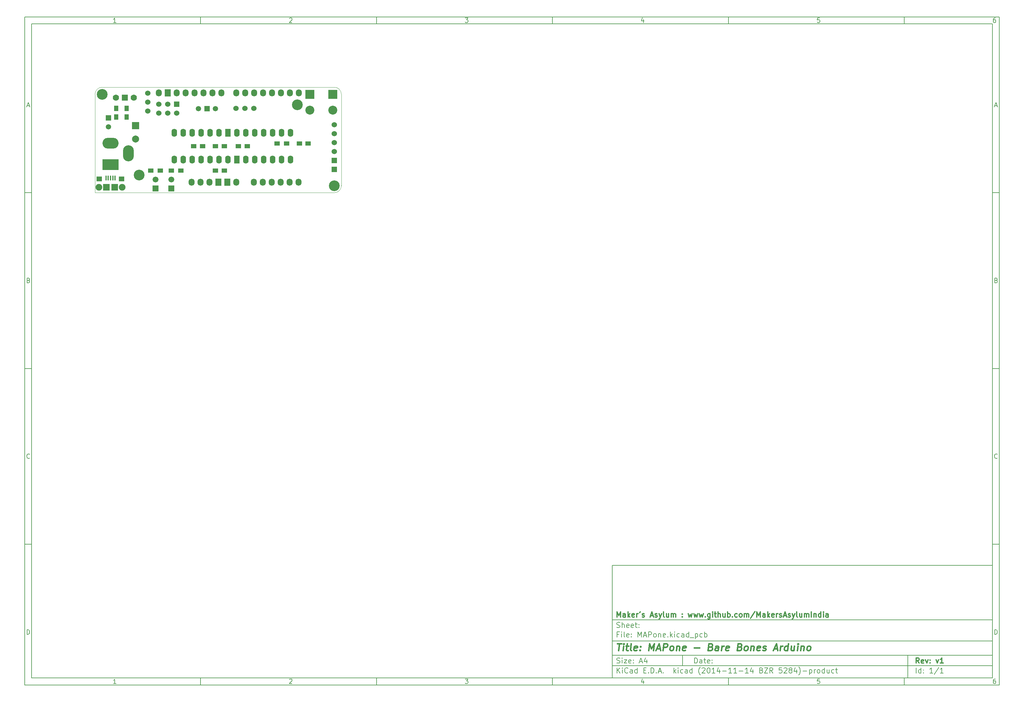
<source format=gbr>
G04 #@! TF.FileFunction,Soldermask,Bot*
%FSLAX46Y46*%
G04 Gerber Fmt 4.6, Leading zero omitted, Abs format (unit mm)*
G04 Created by KiCad (PCBNEW (2014-11-14 BZR 5284)-product) date Sat Nov 29 17:27:18 2014*
%MOMM*%
G01*
G04 APERTURE LIST*
%ADD10C,0.100000*%
%ADD11C,0.150000*%
%ADD12C,0.300000*%
%ADD13C,0.400000*%
%ADD14C,1.778000*%
%ADD15R,1.778000X1.778000*%
%ADD16R,2.540000X2.540000*%
%ADD17C,2.540000*%
%ADD18R,1.500000X1.300000*%
%ADD19C,3.048000*%
%ADD20R,4.572000X3.048000*%
%ADD21O,4.572000X3.048000*%
%ADD22O,3.048000X4.572000*%
%ADD23C,1.524000*%
%ADD24R,1.524000X1.524000*%
%ADD25O,1.727200X2.032000*%
%ADD26R,1.727200X2.032000*%
%ADD27C,1.676400*%
%ADD28R,1.676400X1.676400*%
%ADD29R,1.500000X1.250000*%
%ADD30R,1.250000X1.500000*%
%ADD31O,1.574800X2.286000*%
%ADD32R,1.574800X2.286000*%
%ADD33R,0.406400X1.371600*%
%ADD34R,1.600200X1.422400*%
%ADD35R,1.905000X1.905000*%
%ADD36C,1.905000*%
%ADD37C,1.501140*%
%ADD38R,1.501140X1.501140*%
%ADD39C,1.998980*%
%ADD40R,1.998980X1.998980*%
G04 APERTURE END LIST*
D10*
D11*
X177002200Y-166007200D02*
X177002200Y-198007200D01*
X285002200Y-198007200D01*
X285002200Y-166007200D01*
X177002200Y-166007200D01*
D10*
D11*
X10000000Y-10000000D02*
X10000000Y-200007200D01*
X287002200Y-200007200D01*
X287002200Y-10000000D01*
X10000000Y-10000000D01*
D10*
D11*
X12000000Y-12000000D02*
X12000000Y-198007200D01*
X285002200Y-198007200D01*
X285002200Y-12000000D01*
X12000000Y-12000000D01*
D10*
D11*
X60000000Y-12000000D02*
X60000000Y-10000000D01*
D10*
D11*
X110000000Y-12000000D02*
X110000000Y-10000000D01*
D10*
D11*
X160000000Y-12000000D02*
X160000000Y-10000000D01*
D10*
D11*
X210000000Y-12000000D02*
X210000000Y-10000000D01*
D10*
D11*
X260000000Y-12000000D02*
X260000000Y-10000000D01*
D10*
D11*
X35990476Y-11588095D02*
X35247619Y-11588095D01*
X35619048Y-11588095D02*
X35619048Y-10288095D01*
X35495238Y-10473810D01*
X35371429Y-10597619D01*
X35247619Y-10659524D01*
D10*
D11*
X85247619Y-10411905D02*
X85309524Y-10350000D01*
X85433333Y-10288095D01*
X85742857Y-10288095D01*
X85866667Y-10350000D01*
X85928571Y-10411905D01*
X85990476Y-10535714D01*
X85990476Y-10659524D01*
X85928571Y-10845238D01*
X85185714Y-11588095D01*
X85990476Y-11588095D01*
D10*
D11*
X135185714Y-10288095D02*
X135990476Y-10288095D01*
X135557143Y-10783333D01*
X135742857Y-10783333D01*
X135866667Y-10845238D01*
X135928571Y-10907143D01*
X135990476Y-11030952D01*
X135990476Y-11340476D01*
X135928571Y-11464286D01*
X135866667Y-11526190D01*
X135742857Y-11588095D01*
X135371429Y-11588095D01*
X135247619Y-11526190D01*
X135185714Y-11464286D01*
D10*
D11*
X185866667Y-10721429D02*
X185866667Y-11588095D01*
X185557143Y-10226190D02*
X185247619Y-11154762D01*
X186052381Y-11154762D01*
D10*
D11*
X235928571Y-10288095D02*
X235309524Y-10288095D01*
X235247619Y-10907143D01*
X235309524Y-10845238D01*
X235433333Y-10783333D01*
X235742857Y-10783333D01*
X235866667Y-10845238D01*
X235928571Y-10907143D01*
X235990476Y-11030952D01*
X235990476Y-11340476D01*
X235928571Y-11464286D01*
X235866667Y-11526190D01*
X235742857Y-11588095D01*
X235433333Y-11588095D01*
X235309524Y-11526190D01*
X235247619Y-11464286D01*
D10*
D11*
X285866667Y-10288095D02*
X285619048Y-10288095D01*
X285495238Y-10350000D01*
X285433333Y-10411905D01*
X285309524Y-10597619D01*
X285247619Y-10845238D01*
X285247619Y-11340476D01*
X285309524Y-11464286D01*
X285371429Y-11526190D01*
X285495238Y-11588095D01*
X285742857Y-11588095D01*
X285866667Y-11526190D01*
X285928571Y-11464286D01*
X285990476Y-11340476D01*
X285990476Y-11030952D01*
X285928571Y-10907143D01*
X285866667Y-10845238D01*
X285742857Y-10783333D01*
X285495238Y-10783333D01*
X285371429Y-10845238D01*
X285309524Y-10907143D01*
X285247619Y-11030952D01*
D10*
D11*
X60000000Y-198007200D02*
X60000000Y-200007200D01*
D10*
D11*
X110000000Y-198007200D02*
X110000000Y-200007200D01*
D10*
D11*
X160000000Y-198007200D02*
X160000000Y-200007200D01*
D10*
D11*
X210000000Y-198007200D02*
X210000000Y-200007200D01*
D10*
D11*
X260000000Y-198007200D02*
X260000000Y-200007200D01*
D10*
D11*
X35990476Y-199595295D02*
X35247619Y-199595295D01*
X35619048Y-199595295D02*
X35619048Y-198295295D01*
X35495238Y-198481010D01*
X35371429Y-198604819D01*
X35247619Y-198666724D01*
D10*
D11*
X85247619Y-198419105D02*
X85309524Y-198357200D01*
X85433333Y-198295295D01*
X85742857Y-198295295D01*
X85866667Y-198357200D01*
X85928571Y-198419105D01*
X85990476Y-198542914D01*
X85990476Y-198666724D01*
X85928571Y-198852438D01*
X85185714Y-199595295D01*
X85990476Y-199595295D01*
D10*
D11*
X135185714Y-198295295D02*
X135990476Y-198295295D01*
X135557143Y-198790533D01*
X135742857Y-198790533D01*
X135866667Y-198852438D01*
X135928571Y-198914343D01*
X135990476Y-199038152D01*
X135990476Y-199347676D01*
X135928571Y-199471486D01*
X135866667Y-199533390D01*
X135742857Y-199595295D01*
X135371429Y-199595295D01*
X135247619Y-199533390D01*
X135185714Y-199471486D01*
D10*
D11*
X185866667Y-198728629D02*
X185866667Y-199595295D01*
X185557143Y-198233390D02*
X185247619Y-199161962D01*
X186052381Y-199161962D01*
D10*
D11*
X235928571Y-198295295D02*
X235309524Y-198295295D01*
X235247619Y-198914343D01*
X235309524Y-198852438D01*
X235433333Y-198790533D01*
X235742857Y-198790533D01*
X235866667Y-198852438D01*
X235928571Y-198914343D01*
X235990476Y-199038152D01*
X235990476Y-199347676D01*
X235928571Y-199471486D01*
X235866667Y-199533390D01*
X235742857Y-199595295D01*
X235433333Y-199595295D01*
X235309524Y-199533390D01*
X235247619Y-199471486D01*
D10*
D11*
X285866667Y-198295295D02*
X285619048Y-198295295D01*
X285495238Y-198357200D01*
X285433333Y-198419105D01*
X285309524Y-198604819D01*
X285247619Y-198852438D01*
X285247619Y-199347676D01*
X285309524Y-199471486D01*
X285371429Y-199533390D01*
X285495238Y-199595295D01*
X285742857Y-199595295D01*
X285866667Y-199533390D01*
X285928571Y-199471486D01*
X285990476Y-199347676D01*
X285990476Y-199038152D01*
X285928571Y-198914343D01*
X285866667Y-198852438D01*
X285742857Y-198790533D01*
X285495238Y-198790533D01*
X285371429Y-198852438D01*
X285309524Y-198914343D01*
X285247619Y-199038152D01*
D10*
D11*
X10000000Y-60000000D02*
X12000000Y-60000000D01*
D10*
D11*
X10000000Y-110000000D02*
X12000000Y-110000000D01*
D10*
D11*
X10000000Y-160000000D02*
X12000000Y-160000000D01*
D10*
D11*
X10690476Y-35216667D02*
X11309524Y-35216667D01*
X10566667Y-35588095D02*
X11000000Y-34288095D01*
X11433333Y-35588095D01*
D10*
D11*
X11092857Y-84907143D02*
X11278571Y-84969048D01*
X11340476Y-85030952D01*
X11402381Y-85154762D01*
X11402381Y-85340476D01*
X11340476Y-85464286D01*
X11278571Y-85526190D01*
X11154762Y-85588095D01*
X10659524Y-85588095D01*
X10659524Y-84288095D01*
X11092857Y-84288095D01*
X11216667Y-84350000D01*
X11278571Y-84411905D01*
X11340476Y-84535714D01*
X11340476Y-84659524D01*
X11278571Y-84783333D01*
X11216667Y-84845238D01*
X11092857Y-84907143D01*
X10659524Y-84907143D01*
D10*
D11*
X11402381Y-135464286D02*
X11340476Y-135526190D01*
X11154762Y-135588095D01*
X11030952Y-135588095D01*
X10845238Y-135526190D01*
X10721429Y-135402381D01*
X10659524Y-135278571D01*
X10597619Y-135030952D01*
X10597619Y-134845238D01*
X10659524Y-134597619D01*
X10721429Y-134473810D01*
X10845238Y-134350000D01*
X11030952Y-134288095D01*
X11154762Y-134288095D01*
X11340476Y-134350000D01*
X11402381Y-134411905D01*
D10*
D11*
X10659524Y-185588095D02*
X10659524Y-184288095D01*
X10969048Y-184288095D01*
X11154762Y-184350000D01*
X11278571Y-184473810D01*
X11340476Y-184597619D01*
X11402381Y-184845238D01*
X11402381Y-185030952D01*
X11340476Y-185278571D01*
X11278571Y-185402381D01*
X11154762Y-185526190D01*
X10969048Y-185588095D01*
X10659524Y-185588095D01*
D10*
D11*
X287002200Y-60000000D02*
X285002200Y-60000000D01*
D10*
D11*
X287002200Y-110000000D02*
X285002200Y-110000000D01*
D10*
D11*
X287002200Y-160000000D02*
X285002200Y-160000000D01*
D10*
D11*
X285692676Y-35216667D02*
X286311724Y-35216667D01*
X285568867Y-35588095D02*
X286002200Y-34288095D01*
X286435533Y-35588095D01*
D10*
D11*
X286095057Y-84907143D02*
X286280771Y-84969048D01*
X286342676Y-85030952D01*
X286404581Y-85154762D01*
X286404581Y-85340476D01*
X286342676Y-85464286D01*
X286280771Y-85526190D01*
X286156962Y-85588095D01*
X285661724Y-85588095D01*
X285661724Y-84288095D01*
X286095057Y-84288095D01*
X286218867Y-84350000D01*
X286280771Y-84411905D01*
X286342676Y-84535714D01*
X286342676Y-84659524D01*
X286280771Y-84783333D01*
X286218867Y-84845238D01*
X286095057Y-84907143D01*
X285661724Y-84907143D01*
D10*
D11*
X286404581Y-135464286D02*
X286342676Y-135526190D01*
X286156962Y-135588095D01*
X286033152Y-135588095D01*
X285847438Y-135526190D01*
X285723629Y-135402381D01*
X285661724Y-135278571D01*
X285599819Y-135030952D01*
X285599819Y-134845238D01*
X285661724Y-134597619D01*
X285723629Y-134473810D01*
X285847438Y-134350000D01*
X286033152Y-134288095D01*
X286156962Y-134288095D01*
X286342676Y-134350000D01*
X286404581Y-134411905D01*
D10*
D11*
X285661724Y-185588095D02*
X285661724Y-184288095D01*
X285971248Y-184288095D01*
X286156962Y-184350000D01*
X286280771Y-184473810D01*
X286342676Y-184597619D01*
X286404581Y-184845238D01*
X286404581Y-185030952D01*
X286342676Y-185278571D01*
X286280771Y-185402381D01*
X286156962Y-185526190D01*
X285971248Y-185588095D01*
X285661724Y-185588095D01*
D10*
D11*
X200359343Y-193785771D02*
X200359343Y-192285771D01*
X200716486Y-192285771D01*
X200930771Y-192357200D01*
X201073629Y-192500057D01*
X201145057Y-192642914D01*
X201216486Y-192928629D01*
X201216486Y-193142914D01*
X201145057Y-193428629D01*
X201073629Y-193571486D01*
X200930771Y-193714343D01*
X200716486Y-193785771D01*
X200359343Y-193785771D01*
X202502200Y-193785771D02*
X202502200Y-193000057D01*
X202430771Y-192857200D01*
X202287914Y-192785771D01*
X202002200Y-192785771D01*
X201859343Y-192857200D01*
X202502200Y-193714343D02*
X202359343Y-193785771D01*
X202002200Y-193785771D01*
X201859343Y-193714343D01*
X201787914Y-193571486D01*
X201787914Y-193428629D01*
X201859343Y-193285771D01*
X202002200Y-193214343D01*
X202359343Y-193214343D01*
X202502200Y-193142914D01*
X203002200Y-192785771D02*
X203573629Y-192785771D01*
X203216486Y-192285771D02*
X203216486Y-193571486D01*
X203287914Y-193714343D01*
X203430772Y-193785771D01*
X203573629Y-193785771D01*
X204645057Y-193714343D02*
X204502200Y-193785771D01*
X204216486Y-193785771D01*
X204073629Y-193714343D01*
X204002200Y-193571486D01*
X204002200Y-193000057D01*
X204073629Y-192857200D01*
X204216486Y-192785771D01*
X204502200Y-192785771D01*
X204645057Y-192857200D01*
X204716486Y-193000057D01*
X204716486Y-193142914D01*
X204002200Y-193285771D01*
X205359343Y-193642914D02*
X205430771Y-193714343D01*
X205359343Y-193785771D01*
X205287914Y-193714343D01*
X205359343Y-193642914D01*
X205359343Y-193785771D01*
X205359343Y-192857200D02*
X205430771Y-192928629D01*
X205359343Y-193000057D01*
X205287914Y-192928629D01*
X205359343Y-192857200D01*
X205359343Y-193000057D01*
D10*
D11*
X177002200Y-194507200D02*
X285002200Y-194507200D01*
D10*
D11*
X178359343Y-196585771D02*
X178359343Y-195085771D01*
X179216486Y-196585771D02*
X178573629Y-195728629D01*
X179216486Y-195085771D02*
X178359343Y-195942914D01*
X179859343Y-196585771D02*
X179859343Y-195585771D01*
X179859343Y-195085771D02*
X179787914Y-195157200D01*
X179859343Y-195228629D01*
X179930771Y-195157200D01*
X179859343Y-195085771D01*
X179859343Y-195228629D01*
X181430772Y-196442914D02*
X181359343Y-196514343D01*
X181145057Y-196585771D01*
X181002200Y-196585771D01*
X180787915Y-196514343D01*
X180645057Y-196371486D01*
X180573629Y-196228629D01*
X180502200Y-195942914D01*
X180502200Y-195728629D01*
X180573629Y-195442914D01*
X180645057Y-195300057D01*
X180787915Y-195157200D01*
X181002200Y-195085771D01*
X181145057Y-195085771D01*
X181359343Y-195157200D01*
X181430772Y-195228629D01*
X182716486Y-196585771D02*
X182716486Y-195800057D01*
X182645057Y-195657200D01*
X182502200Y-195585771D01*
X182216486Y-195585771D01*
X182073629Y-195657200D01*
X182716486Y-196514343D02*
X182573629Y-196585771D01*
X182216486Y-196585771D01*
X182073629Y-196514343D01*
X182002200Y-196371486D01*
X182002200Y-196228629D01*
X182073629Y-196085771D01*
X182216486Y-196014343D01*
X182573629Y-196014343D01*
X182716486Y-195942914D01*
X184073629Y-196585771D02*
X184073629Y-195085771D01*
X184073629Y-196514343D02*
X183930772Y-196585771D01*
X183645058Y-196585771D01*
X183502200Y-196514343D01*
X183430772Y-196442914D01*
X183359343Y-196300057D01*
X183359343Y-195871486D01*
X183430772Y-195728629D01*
X183502200Y-195657200D01*
X183645058Y-195585771D01*
X183930772Y-195585771D01*
X184073629Y-195657200D01*
X185930772Y-195800057D02*
X186430772Y-195800057D01*
X186645058Y-196585771D02*
X185930772Y-196585771D01*
X185930772Y-195085771D01*
X186645058Y-195085771D01*
X187287915Y-196442914D02*
X187359343Y-196514343D01*
X187287915Y-196585771D01*
X187216486Y-196514343D01*
X187287915Y-196442914D01*
X187287915Y-196585771D01*
X188002201Y-196585771D02*
X188002201Y-195085771D01*
X188359344Y-195085771D01*
X188573629Y-195157200D01*
X188716487Y-195300057D01*
X188787915Y-195442914D01*
X188859344Y-195728629D01*
X188859344Y-195942914D01*
X188787915Y-196228629D01*
X188716487Y-196371486D01*
X188573629Y-196514343D01*
X188359344Y-196585771D01*
X188002201Y-196585771D01*
X189502201Y-196442914D02*
X189573629Y-196514343D01*
X189502201Y-196585771D01*
X189430772Y-196514343D01*
X189502201Y-196442914D01*
X189502201Y-196585771D01*
X190145058Y-196157200D02*
X190859344Y-196157200D01*
X190002201Y-196585771D02*
X190502201Y-195085771D01*
X191002201Y-196585771D01*
X191502201Y-196442914D02*
X191573629Y-196514343D01*
X191502201Y-196585771D01*
X191430772Y-196514343D01*
X191502201Y-196442914D01*
X191502201Y-196585771D01*
X194502201Y-196585771D02*
X194502201Y-195085771D01*
X194645058Y-196014343D02*
X195073629Y-196585771D01*
X195073629Y-195585771D02*
X194502201Y-196157200D01*
X195716487Y-196585771D02*
X195716487Y-195585771D01*
X195716487Y-195085771D02*
X195645058Y-195157200D01*
X195716487Y-195228629D01*
X195787915Y-195157200D01*
X195716487Y-195085771D01*
X195716487Y-195228629D01*
X197073630Y-196514343D02*
X196930773Y-196585771D01*
X196645059Y-196585771D01*
X196502201Y-196514343D01*
X196430773Y-196442914D01*
X196359344Y-196300057D01*
X196359344Y-195871486D01*
X196430773Y-195728629D01*
X196502201Y-195657200D01*
X196645059Y-195585771D01*
X196930773Y-195585771D01*
X197073630Y-195657200D01*
X198359344Y-196585771D02*
X198359344Y-195800057D01*
X198287915Y-195657200D01*
X198145058Y-195585771D01*
X197859344Y-195585771D01*
X197716487Y-195657200D01*
X198359344Y-196514343D02*
X198216487Y-196585771D01*
X197859344Y-196585771D01*
X197716487Y-196514343D01*
X197645058Y-196371486D01*
X197645058Y-196228629D01*
X197716487Y-196085771D01*
X197859344Y-196014343D01*
X198216487Y-196014343D01*
X198359344Y-195942914D01*
X199716487Y-196585771D02*
X199716487Y-195085771D01*
X199716487Y-196514343D02*
X199573630Y-196585771D01*
X199287916Y-196585771D01*
X199145058Y-196514343D01*
X199073630Y-196442914D01*
X199002201Y-196300057D01*
X199002201Y-195871486D01*
X199073630Y-195728629D01*
X199145058Y-195657200D01*
X199287916Y-195585771D01*
X199573630Y-195585771D01*
X199716487Y-195657200D01*
X202002201Y-197157200D02*
X201930773Y-197085771D01*
X201787916Y-196871486D01*
X201716487Y-196728629D01*
X201645058Y-196514343D01*
X201573630Y-196157200D01*
X201573630Y-195871486D01*
X201645058Y-195514343D01*
X201716487Y-195300057D01*
X201787916Y-195157200D01*
X201930773Y-194942914D01*
X202002201Y-194871486D01*
X202502201Y-195228629D02*
X202573630Y-195157200D01*
X202716487Y-195085771D01*
X203073630Y-195085771D01*
X203216487Y-195157200D01*
X203287916Y-195228629D01*
X203359344Y-195371486D01*
X203359344Y-195514343D01*
X203287916Y-195728629D01*
X202430773Y-196585771D01*
X203359344Y-196585771D01*
X204287915Y-195085771D02*
X204430772Y-195085771D01*
X204573629Y-195157200D01*
X204645058Y-195228629D01*
X204716487Y-195371486D01*
X204787915Y-195657200D01*
X204787915Y-196014343D01*
X204716487Y-196300057D01*
X204645058Y-196442914D01*
X204573629Y-196514343D01*
X204430772Y-196585771D01*
X204287915Y-196585771D01*
X204145058Y-196514343D01*
X204073629Y-196442914D01*
X204002201Y-196300057D01*
X203930772Y-196014343D01*
X203930772Y-195657200D01*
X204002201Y-195371486D01*
X204073629Y-195228629D01*
X204145058Y-195157200D01*
X204287915Y-195085771D01*
X206216486Y-196585771D02*
X205359343Y-196585771D01*
X205787915Y-196585771D02*
X205787915Y-195085771D01*
X205645058Y-195300057D01*
X205502200Y-195442914D01*
X205359343Y-195514343D01*
X207502200Y-195585771D02*
X207502200Y-196585771D01*
X207145057Y-195014343D02*
X206787914Y-196085771D01*
X207716486Y-196085771D01*
X208287914Y-196014343D02*
X209430771Y-196014343D01*
X210930771Y-196585771D02*
X210073628Y-196585771D01*
X210502200Y-196585771D02*
X210502200Y-195085771D01*
X210359343Y-195300057D01*
X210216485Y-195442914D01*
X210073628Y-195514343D01*
X212359342Y-196585771D02*
X211502199Y-196585771D01*
X211930771Y-196585771D02*
X211930771Y-195085771D01*
X211787914Y-195300057D01*
X211645056Y-195442914D01*
X211502199Y-195514343D01*
X213002199Y-196014343D02*
X214145056Y-196014343D01*
X215645056Y-196585771D02*
X214787913Y-196585771D01*
X215216485Y-196585771D02*
X215216485Y-195085771D01*
X215073628Y-195300057D01*
X214930770Y-195442914D01*
X214787913Y-195514343D01*
X216930770Y-195585771D02*
X216930770Y-196585771D01*
X216573627Y-195014343D02*
X216216484Y-196085771D01*
X217145056Y-196085771D01*
X219359341Y-195800057D02*
X219573627Y-195871486D01*
X219645055Y-195942914D01*
X219716484Y-196085771D01*
X219716484Y-196300057D01*
X219645055Y-196442914D01*
X219573627Y-196514343D01*
X219430769Y-196585771D01*
X218859341Y-196585771D01*
X218859341Y-195085771D01*
X219359341Y-195085771D01*
X219502198Y-195157200D01*
X219573627Y-195228629D01*
X219645055Y-195371486D01*
X219645055Y-195514343D01*
X219573627Y-195657200D01*
X219502198Y-195728629D01*
X219359341Y-195800057D01*
X218859341Y-195800057D01*
X220216484Y-195085771D02*
X221216484Y-195085771D01*
X220216484Y-196585771D01*
X221216484Y-196585771D01*
X222645055Y-196585771D02*
X222145055Y-195871486D01*
X221787912Y-196585771D02*
X221787912Y-195085771D01*
X222359340Y-195085771D01*
X222502198Y-195157200D01*
X222573626Y-195228629D01*
X222645055Y-195371486D01*
X222645055Y-195585771D01*
X222573626Y-195728629D01*
X222502198Y-195800057D01*
X222359340Y-195871486D01*
X221787912Y-195871486D01*
X225145055Y-195085771D02*
X224430769Y-195085771D01*
X224359340Y-195800057D01*
X224430769Y-195728629D01*
X224573626Y-195657200D01*
X224930769Y-195657200D01*
X225073626Y-195728629D01*
X225145055Y-195800057D01*
X225216483Y-195942914D01*
X225216483Y-196300057D01*
X225145055Y-196442914D01*
X225073626Y-196514343D01*
X224930769Y-196585771D01*
X224573626Y-196585771D01*
X224430769Y-196514343D01*
X224359340Y-196442914D01*
X225787911Y-195228629D02*
X225859340Y-195157200D01*
X226002197Y-195085771D01*
X226359340Y-195085771D01*
X226502197Y-195157200D01*
X226573626Y-195228629D01*
X226645054Y-195371486D01*
X226645054Y-195514343D01*
X226573626Y-195728629D01*
X225716483Y-196585771D01*
X226645054Y-196585771D01*
X227502197Y-195728629D02*
X227359339Y-195657200D01*
X227287911Y-195585771D01*
X227216482Y-195442914D01*
X227216482Y-195371486D01*
X227287911Y-195228629D01*
X227359339Y-195157200D01*
X227502197Y-195085771D01*
X227787911Y-195085771D01*
X227930768Y-195157200D01*
X228002197Y-195228629D01*
X228073625Y-195371486D01*
X228073625Y-195442914D01*
X228002197Y-195585771D01*
X227930768Y-195657200D01*
X227787911Y-195728629D01*
X227502197Y-195728629D01*
X227359339Y-195800057D01*
X227287911Y-195871486D01*
X227216482Y-196014343D01*
X227216482Y-196300057D01*
X227287911Y-196442914D01*
X227359339Y-196514343D01*
X227502197Y-196585771D01*
X227787911Y-196585771D01*
X227930768Y-196514343D01*
X228002197Y-196442914D01*
X228073625Y-196300057D01*
X228073625Y-196014343D01*
X228002197Y-195871486D01*
X227930768Y-195800057D01*
X227787911Y-195728629D01*
X229359339Y-195585771D02*
X229359339Y-196585771D01*
X229002196Y-195014343D02*
X228645053Y-196085771D01*
X229573625Y-196085771D01*
X230002196Y-197157200D02*
X230073624Y-197085771D01*
X230216481Y-196871486D01*
X230287910Y-196728629D01*
X230359339Y-196514343D01*
X230430767Y-196157200D01*
X230430767Y-195871486D01*
X230359339Y-195514343D01*
X230287910Y-195300057D01*
X230216481Y-195157200D01*
X230073624Y-194942914D01*
X230002196Y-194871486D01*
X231145053Y-196014343D02*
X232287910Y-196014343D01*
X233002196Y-195585771D02*
X233002196Y-197085771D01*
X233002196Y-195657200D02*
X233145053Y-195585771D01*
X233430767Y-195585771D01*
X233573624Y-195657200D01*
X233645053Y-195728629D01*
X233716482Y-195871486D01*
X233716482Y-196300057D01*
X233645053Y-196442914D01*
X233573624Y-196514343D01*
X233430767Y-196585771D01*
X233145053Y-196585771D01*
X233002196Y-196514343D01*
X234359339Y-196585771D02*
X234359339Y-195585771D01*
X234359339Y-195871486D02*
X234430767Y-195728629D01*
X234502196Y-195657200D01*
X234645053Y-195585771D01*
X234787910Y-195585771D01*
X235502196Y-196585771D02*
X235359338Y-196514343D01*
X235287910Y-196442914D01*
X235216481Y-196300057D01*
X235216481Y-195871486D01*
X235287910Y-195728629D01*
X235359338Y-195657200D01*
X235502196Y-195585771D01*
X235716481Y-195585771D01*
X235859338Y-195657200D01*
X235930767Y-195728629D01*
X236002196Y-195871486D01*
X236002196Y-196300057D01*
X235930767Y-196442914D01*
X235859338Y-196514343D01*
X235716481Y-196585771D01*
X235502196Y-196585771D01*
X237287910Y-196585771D02*
X237287910Y-195085771D01*
X237287910Y-196514343D02*
X237145053Y-196585771D01*
X236859339Y-196585771D01*
X236716481Y-196514343D01*
X236645053Y-196442914D01*
X236573624Y-196300057D01*
X236573624Y-195871486D01*
X236645053Y-195728629D01*
X236716481Y-195657200D01*
X236859339Y-195585771D01*
X237145053Y-195585771D01*
X237287910Y-195657200D01*
X238645053Y-195585771D02*
X238645053Y-196585771D01*
X238002196Y-195585771D02*
X238002196Y-196371486D01*
X238073624Y-196514343D01*
X238216482Y-196585771D01*
X238430767Y-196585771D01*
X238573624Y-196514343D01*
X238645053Y-196442914D01*
X240002196Y-196514343D02*
X239859339Y-196585771D01*
X239573625Y-196585771D01*
X239430767Y-196514343D01*
X239359339Y-196442914D01*
X239287910Y-196300057D01*
X239287910Y-195871486D01*
X239359339Y-195728629D01*
X239430767Y-195657200D01*
X239573625Y-195585771D01*
X239859339Y-195585771D01*
X240002196Y-195657200D01*
X240430767Y-195585771D02*
X241002196Y-195585771D01*
X240645053Y-195085771D02*
X240645053Y-196371486D01*
X240716481Y-196514343D01*
X240859339Y-196585771D01*
X241002196Y-196585771D01*
D10*
D11*
X177002200Y-191507200D02*
X285002200Y-191507200D01*
D10*
D12*
X264216486Y-193785771D02*
X263716486Y-193071486D01*
X263359343Y-193785771D02*
X263359343Y-192285771D01*
X263930771Y-192285771D01*
X264073629Y-192357200D01*
X264145057Y-192428629D01*
X264216486Y-192571486D01*
X264216486Y-192785771D01*
X264145057Y-192928629D01*
X264073629Y-193000057D01*
X263930771Y-193071486D01*
X263359343Y-193071486D01*
X265430771Y-193714343D02*
X265287914Y-193785771D01*
X265002200Y-193785771D01*
X264859343Y-193714343D01*
X264787914Y-193571486D01*
X264787914Y-193000057D01*
X264859343Y-192857200D01*
X265002200Y-192785771D01*
X265287914Y-192785771D01*
X265430771Y-192857200D01*
X265502200Y-193000057D01*
X265502200Y-193142914D01*
X264787914Y-193285771D01*
X266002200Y-192785771D02*
X266359343Y-193785771D01*
X266716485Y-192785771D01*
X267287914Y-193642914D02*
X267359342Y-193714343D01*
X267287914Y-193785771D01*
X267216485Y-193714343D01*
X267287914Y-193642914D01*
X267287914Y-193785771D01*
X267287914Y-192857200D02*
X267359342Y-192928629D01*
X267287914Y-193000057D01*
X267216485Y-192928629D01*
X267287914Y-192857200D01*
X267287914Y-193000057D01*
X269002200Y-192785771D02*
X269359343Y-193785771D01*
X269716485Y-192785771D01*
X271073628Y-193785771D02*
X270216485Y-193785771D01*
X270645057Y-193785771D02*
X270645057Y-192285771D01*
X270502200Y-192500057D01*
X270359342Y-192642914D01*
X270216485Y-192714343D01*
D10*
D11*
X178287914Y-193714343D02*
X178502200Y-193785771D01*
X178859343Y-193785771D01*
X179002200Y-193714343D01*
X179073629Y-193642914D01*
X179145057Y-193500057D01*
X179145057Y-193357200D01*
X179073629Y-193214343D01*
X179002200Y-193142914D01*
X178859343Y-193071486D01*
X178573629Y-193000057D01*
X178430771Y-192928629D01*
X178359343Y-192857200D01*
X178287914Y-192714343D01*
X178287914Y-192571486D01*
X178359343Y-192428629D01*
X178430771Y-192357200D01*
X178573629Y-192285771D01*
X178930771Y-192285771D01*
X179145057Y-192357200D01*
X179787914Y-193785771D02*
X179787914Y-192785771D01*
X179787914Y-192285771D02*
X179716485Y-192357200D01*
X179787914Y-192428629D01*
X179859342Y-192357200D01*
X179787914Y-192285771D01*
X179787914Y-192428629D01*
X180359343Y-192785771D02*
X181145057Y-192785771D01*
X180359343Y-193785771D01*
X181145057Y-193785771D01*
X182287914Y-193714343D02*
X182145057Y-193785771D01*
X181859343Y-193785771D01*
X181716486Y-193714343D01*
X181645057Y-193571486D01*
X181645057Y-193000057D01*
X181716486Y-192857200D01*
X181859343Y-192785771D01*
X182145057Y-192785771D01*
X182287914Y-192857200D01*
X182359343Y-193000057D01*
X182359343Y-193142914D01*
X181645057Y-193285771D01*
X183002200Y-193642914D02*
X183073628Y-193714343D01*
X183002200Y-193785771D01*
X182930771Y-193714343D01*
X183002200Y-193642914D01*
X183002200Y-193785771D01*
X183002200Y-192857200D02*
X183073628Y-192928629D01*
X183002200Y-193000057D01*
X182930771Y-192928629D01*
X183002200Y-192857200D01*
X183002200Y-193000057D01*
X184787914Y-193357200D02*
X185502200Y-193357200D01*
X184645057Y-193785771D02*
X185145057Y-192285771D01*
X185645057Y-193785771D01*
X186787914Y-192785771D02*
X186787914Y-193785771D01*
X186430771Y-192214343D02*
X186073628Y-193285771D01*
X187002200Y-193285771D01*
D10*
D11*
X263359343Y-196585771D02*
X263359343Y-195085771D01*
X264716486Y-196585771D02*
X264716486Y-195085771D01*
X264716486Y-196514343D02*
X264573629Y-196585771D01*
X264287915Y-196585771D01*
X264145057Y-196514343D01*
X264073629Y-196442914D01*
X264002200Y-196300057D01*
X264002200Y-195871486D01*
X264073629Y-195728629D01*
X264145057Y-195657200D01*
X264287915Y-195585771D01*
X264573629Y-195585771D01*
X264716486Y-195657200D01*
X265430772Y-196442914D02*
X265502200Y-196514343D01*
X265430772Y-196585771D01*
X265359343Y-196514343D01*
X265430772Y-196442914D01*
X265430772Y-196585771D01*
X265430772Y-195657200D02*
X265502200Y-195728629D01*
X265430772Y-195800057D01*
X265359343Y-195728629D01*
X265430772Y-195657200D01*
X265430772Y-195800057D01*
X268073629Y-196585771D02*
X267216486Y-196585771D01*
X267645058Y-196585771D02*
X267645058Y-195085771D01*
X267502201Y-195300057D01*
X267359343Y-195442914D01*
X267216486Y-195514343D01*
X269787914Y-195014343D02*
X268502200Y-196942914D01*
X271073629Y-196585771D02*
X270216486Y-196585771D01*
X270645058Y-196585771D02*
X270645058Y-195085771D01*
X270502201Y-195300057D01*
X270359343Y-195442914D01*
X270216486Y-195514343D01*
D10*
D11*
X177002200Y-187507200D02*
X285002200Y-187507200D01*
D10*
D13*
X178454581Y-188211962D02*
X179597438Y-188211962D01*
X178776010Y-190211962D02*
X179026010Y-188211962D01*
X180014105Y-190211962D02*
X180180771Y-188878629D01*
X180264105Y-188211962D02*
X180156962Y-188307200D01*
X180240295Y-188402438D01*
X180347439Y-188307200D01*
X180264105Y-188211962D01*
X180240295Y-188402438D01*
X180847438Y-188878629D02*
X181609343Y-188878629D01*
X181216486Y-188211962D02*
X181002200Y-189926248D01*
X181073630Y-190116724D01*
X181252201Y-190211962D01*
X181442677Y-190211962D01*
X182395058Y-190211962D02*
X182216487Y-190116724D01*
X182145057Y-189926248D01*
X182359343Y-188211962D01*
X183930772Y-190116724D02*
X183728391Y-190211962D01*
X183347439Y-190211962D01*
X183168867Y-190116724D01*
X183097438Y-189926248D01*
X183192676Y-189164343D01*
X183311724Y-188973867D01*
X183514105Y-188878629D01*
X183895057Y-188878629D01*
X184073629Y-188973867D01*
X184145057Y-189164343D01*
X184121248Y-189354819D01*
X183145057Y-189545295D01*
X184895057Y-190021486D02*
X184978392Y-190116724D01*
X184871248Y-190211962D01*
X184787915Y-190116724D01*
X184895057Y-190021486D01*
X184871248Y-190211962D01*
X185026010Y-188973867D02*
X185109344Y-189069105D01*
X185002200Y-189164343D01*
X184918867Y-189069105D01*
X185026010Y-188973867D01*
X185002200Y-189164343D01*
X187347439Y-190211962D02*
X187597439Y-188211962D01*
X188085534Y-189640533D01*
X188930773Y-188211962D01*
X188680773Y-190211962D01*
X189609343Y-189640533D02*
X190561724Y-189640533D01*
X189347439Y-190211962D02*
X190264106Y-188211962D01*
X190680773Y-190211962D01*
X191347439Y-190211962D02*
X191597439Y-188211962D01*
X192359344Y-188211962D01*
X192537915Y-188307200D01*
X192621249Y-188402438D01*
X192692678Y-188592914D01*
X192656963Y-188878629D01*
X192537916Y-189069105D01*
X192430772Y-189164343D01*
X192228391Y-189259581D01*
X191466486Y-189259581D01*
X193633154Y-190211962D02*
X193454583Y-190116724D01*
X193371248Y-190021486D01*
X193299820Y-189831010D01*
X193371248Y-189259581D01*
X193490296Y-189069105D01*
X193597440Y-188973867D01*
X193799820Y-188878629D01*
X194085534Y-188878629D01*
X194264106Y-188973867D01*
X194347439Y-189069105D01*
X194418867Y-189259581D01*
X194347439Y-189831010D01*
X194228391Y-190021486D01*
X194121249Y-190116724D01*
X193918868Y-190211962D01*
X193633154Y-190211962D01*
X195323629Y-188878629D02*
X195156963Y-190211962D01*
X195299820Y-189069105D02*
X195406964Y-188973867D01*
X195609344Y-188878629D01*
X195895058Y-188878629D01*
X196073630Y-188973867D01*
X196145058Y-189164343D01*
X196014106Y-190211962D01*
X197740297Y-190116724D02*
X197537916Y-190211962D01*
X197156964Y-190211962D01*
X196978392Y-190116724D01*
X196906963Y-189926248D01*
X197002201Y-189164343D01*
X197121249Y-188973867D01*
X197323630Y-188878629D01*
X197704582Y-188878629D01*
X197883154Y-188973867D01*
X197954582Y-189164343D01*
X197930773Y-189354819D01*
X196954582Y-189545295D01*
X200299821Y-189450057D02*
X201823631Y-189450057D01*
X205002202Y-189164343D02*
X205276011Y-189259581D01*
X205359346Y-189354819D01*
X205430774Y-189545295D01*
X205395060Y-189831010D01*
X205276012Y-190021486D01*
X205168869Y-190116724D01*
X204966488Y-190211962D01*
X204204583Y-190211962D01*
X204454583Y-188211962D01*
X205121250Y-188211962D01*
X205299821Y-188307200D01*
X205383154Y-188402438D01*
X205454584Y-188592914D01*
X205430774Y-188783390D01*
X205311726Y-188973867D01*
X205204583Y-189069105D01*
X205002202Y-189164343D01*
X204335535Y-189164343D01*
X207061726Y-190211962D02*
X207192678Y-189164343D01*
X207121250Y-188973867D01*
X206942678Y-188878629D01*
X206561726Y-188878629D01*
X206359345Y-188973867D01*
X207073631Y-190116724D02*
X206871250Y-190211962D01*
X206395060Y-190211962D01*
X206216488Y-190116724D01*
X206145059Y-189926248D01*
X206168869Y-189735771D01*
X206287916Y-189545295D01*
X206490298Y-189450057D01*
X206966488Y-189450057D01*
X207168869Y-189354819D01*
X208014107Y-190211962D02*
X208180773Y-188878629D01*
X208133154Y-189259581D02*
X208252203Y-189069105D01*
X208359346Y-188973867D01*
X208561726Y-188878629D01*
X208752202Y-188878629D01*
X210026012Y-190116724D02*
X209823631Y-190211962D01*
X209442679Y-190211962D01*
X209264107Y-190116724D01*
X209192678Y-189926248D01*
X209287916Y-189164343D01*
X209406964Y-188973867D01*
X209609345Y-188878629D01*
X209990297Y-188878629D01*
X210168869Y-188973867D01*
X210240297Y-189164343D01*
X210216488Y-189354819D01*
X209240297Y-189545295D01*
X213287917Y-189164343D02*
X213561726Y-189259581D01*
X213645061Y-189354819D01*
X213716489Y-189545295D01*
X213680775Y-189831010D01*
X213561727Y-190021486D01*
X213454584Y-190116724D01*
X213252203Y-190211962D01*
X212490298Y-190211962D01*
X212740298Y-188211962D01*
X213406965Y-188211962D01*
X213585536Y-188307200D01*
X213668869Y-188402438D01*
X213740299Y-188592914D01*
X213716489Y-188783390D01*
X213597441Y-188973867D01*
X213490298Y-189069105D01*
X213287917Y-189164343D01*
X212621250Y-189164343D01*
X214776013Y-190211962D02*
X214597442Y-190116724D01*
X214514107Y-190021486D01*
X214442679Y-189831010D01*
X214514107Y-189259581D01*
X214633155Y-189069105D01*
X214740299Y-188973867D01*
X214942679Y-188878629D01*
X215228393Y-188878629D01*
X215406965Y-188973867D01*
X215490298Y-189069105D01*
X215561726Y-189259581D01*
X215490298Y-189831010D01*
X215371250Y-190021486D01*
X215264108Y-190116724D01*
X215061727Y-190211962D01*
X214776013Y-190211962D01*
X216466488Y-188878629D02*
X216299822Y-190211962D01*
X216442679Y-189069105D02*
X216549823Y-188973867D01*
X216752203Y-188878629D01*
X217037917Y-188878629D01*
X217216489Y-188973867D01*
X217287917Y-189164343D01*
X217156965Y-190211962D01*
X218883156Y-190116724D02*
X218680775Y-190211962D01*
X218299823Y-190211962D01*
X218121251Y-190116724D01*
X218049822Y-189926248D01*
X218145060Y-189164343D01*
X218264108Y-188973867D01*
X218466489Y-188878629D01*
X218847441Y-188878629D01*
X219026013Y-188973867D01*
X219097441Y-189164343D01*
X219073632Y-189354819D01*
X218097441Y-189545295D01*
X219740299Y-190116724D02*
X219918871Y-190211962D01*
X220299823Y-190211962D01*
X220502204Y-190116724D01*
X220621251Y-189926248D01*
X220633156Y-189831010D01*
X220561727Y-189640533D01*
X220383156Y-189545295D01*
X220097442Y-189545295D01*
X219918870Y-189450057D01*
X219847441Y-189259581D01*
X219859346Y-189164343D01*
X219978394Y-188973867D01*
X220180775Y-188878629D01*
X220466489Y-188878629D01*
X220645061Y-188973867D01*
X222942680Y-189640533D02*
X223895061Y-189640533D01*
X222680776Y-190211962D02*
X223597443Y-188211962D01*
X224014110Y-190211962D01*
X224680776Y-190211962D02*
X224847442Y-188878629D01*
X224799823Y-189259581D02*
X224918872Y-189069105D01*
X225026015Y-188973867D01*
X225228395Y-188878629D01*
X225418871Y-188878629D01*
X226776014Y-190211962D02*
X227026014Y-188211962D01*
X226787919Y-190116724D02*
X226585538Y-190211962D01*
X226204586Y-190211962D01*
X226026015Y-190116724D01*
X225942680Y-190021486D01*
X225871252Y-189831010D01*
X225942680Y-189259581D01*
X226061728Y-189069105D01*
X226168872Y-188973867D01*
X226371252Y-188878629D01*
X226752204Y-188878629D01*
X226930776Y-188973867D01*
X228752204Y-188878629D02*
X228585538Y-190211962D01*
X227895061Y-188878629D02*
X227764109Y-189926248D01*
X227835539Y-190116724D01*
X228014110Y-190211962D01*
X228299824Y-190211962D01*
X228502205Y-190116724D01*
X228609347Y-190021486D01*
X229537919Y-190211962D02*
X229704585Y-188878629D01*
X229787919Y-188211962D02*
X229680776Y-188307200D01*
X229764109Y-188402438D01*
X229871253Y-188307200D01*
X229787919Y-188211962D01*
X229764109Y-188402438D01*
X230656966Y-188878629D02*
X230490300Y-190211962D01*
X230633157Y-189069105D02*
X230740301Y-188973867D01*
X230942681Y-188878629D01*
X231228395Y-188878629D01*
X231406967Y-188973867D01*
X231478395Y-189164343D01*
X231347443Y-190211962D01*
X232585539Y-190211962D02*
X232406968Y-190116724D01*
X232323633Y-190021486D01*
X232252205Y-189831010D01*
X232323633Y-189259581D01*
X232442681Y-189069105D01*
X232549825Y-188973867D01*
X232752205Y-188878629D01*
X233037919Y-188878629D01*
X233216491Y-188973867D01*
X233299824Y-189069105D01*
X233371252Y-189259581D01*
X233299824Y-189831010D01*
X233180776Y-190021486D01*
X233073634Y-190116724D01*
X232871253Y-190211962D01*
X232585539Y-190211962D01*
D10*
D11*
X178859343Y-185600057D02*
X178359343Y-185600057D01*
X178359343Y-186385771D02*
X178359343Y-184885771D01*
X179073629Y-184885771D01*
X179645057Y-186385771D02*
X179645057Y-185385771D01*
X179645057Y-184885771D02*
X179573628Y-184957200D01*
X179645057Y-185028629D01*
X179716485Y-184957200D01*
X179645057Y-184885771D01*
X179645057Y-185028629D01*
X180573629Y-186385771D02*
X180430771Y-186314343D01*
X180359343Y-186171486D01*
X180359343Y-184885771D01*
X181716485Y-186314343D02*
X181573628Y-186385771D01*
X181287914Y-186385771D01*
X181145057Y-186314343D01*
X181073628Y-186171486D01*
X181073628Y-185600057D01*
X181145057Y-185457200D01*
X181287914Y-185385771D01*
X181573628Y-185385771D01*
X181716485Y-185457200D01*
X181787914Y-185600057D01*
X181787914Y-185742914D01*
X181073628Y-185885771D01*
X182430771Y-186242914D02*
X182502199Y-186314343D01*
X182430771Y-186385771D01*
X182359342Y-186314343D01*
X182430771Y-186242914D01*
X182430771Y-186385771D01*
X182430771Y-185457200D02*
X182502199Y-185528629D01*
X182430771Y-185600057D01*
X182359342Y-185528629D01*
X182430771Y-185457200D01*
X182430771Y-185600057D01*
X184287914Y-186385771D02*
X184287914Y-184885771D01*
X184787914Y-185957200D01*
X185287914Y-184885771D01*
X185287914Y-186385771D01*
X185930771Y-185957200D02*
X186645057Y-185957200D01*
X185787914Y-186385771D02*
X186287914Y-184885771D01*
X186787914Y-186385771D01*
X187287914Y-186385771D02*
X187287914Y-184885771D01*
X187859342Y-184885771D01*
X188002200Y-184957200D01*
X188073628Y-185028629D01*
X188145057Y-185171486D01*
X188145057Y-185385771D01*
X188073628Y-185528629D01*
X188002200Y-185600057D01*
X187859342Y-185671486D01*
X187287914Y-185671486D01*
X189002200Y-186385771D02*
X188859342Y-186314343D01*
X188787914Y-186242914D01*
X188716485Y-186100057D01*
X188716485Y-185671486D01*
X188787914Y-185528629D01*
X188859342Y-185457200D01*
X189002200Y-185385771D01*
X189216485Y-185385771D01*
X189359342Y-185457200D01*
X189430771Y-185528629D01*
X189502200Y-185671486D01*
X189502200Y-186100057D01*
X189430771Y-186242914D01*
X189359342Y-186314343D01*
X189216485Y-186385771D01*
X189002200Y-186385771D01*
X190145057Y-185385771D02*
X190145057Y-186385771D01*
X190145057Y-185528629D02*
X190216485Y-185457200D01*
X190359343Y-185385771D01*
X190573628Y-185385771D01*
X190716485Y-185457200D01*
X190787914Y-185600057D01*
X190787914Y-186385771D01*
X192073628Y-186314343D02*
X191930771Y-186385771D01*
X191645057Y-186385771D01*
X191502200Y-186314343D01*
X191430771Y-186171486D01*
X191430771Y-185600057D01*
X191502200Y-185457200D01*
X191645057Y-185385771D01*
X191930771Y-185385771D01*
X192073628Y-185457200D01*
X192145057Y-185600057D01*
X192145057Y-185742914D01*
X191430771Y-185885771D01*
X192787914Y-186242914D02*
X192859342Y-186314343D01*
X192787914Y-186385771D01*
X192716485Y-186314343D01*
X192787914Y-186242914D01*
X192787914Y-186385771D01*
X193502200Y-186385771D02*
X193502200Y-184885771D01*
X193645057Y-185814343D02*
X194073628Y-186385771D01*
X194073628Y-185385771D02*
X193502200Y-185957200D01*
X194716486Y-186385771D02*
X194716486Y-185385771D01*
X194716486Y-184885771D02*
X194645057Y-184957200D01*
X194716486Y-185028629D01*
X194787914Y-184957200D01*
X194716486Y-184885771D01*
X194716486Y-185028629D01*
X196073629Y-186314343D02*
X195930772Y-186385771D01*
X195645058Y-186385771D01*
X195502200Y-186314343D01*
X195430772Y-186242914D01*
X195359343Y-186100057D01*
X195359343Y-185671486D01*
X195430772Y-185528629D01*
X195502200Y-185457200D01*
X195645058Y-185385771D01*
X195930772Y-185385771D01*
X196073629Y-185457200D01*
X197359343Y-186385771D02*
X197359343Y-185600057D01*
X197287914Y-185457200D01*
X197145057Y-185385771D01*
X196859343Y-185385771D01*
X196716486Y-185457200D01*
X197359343Y-186314343D02*
X197216486Y-186385771D01*
X196859343Y-186385771D01*
X196716486Y-186314343D01*
X196645057Y-186171486D01*
X196645057Y-186028629D01*
X196716486Y-185885771D01*
X196859343Y-185814343D01*
X197216486Y-185814343D01*
X197359343Y-185742914D01*
X198716486Y-186385771D02*
X198716486Y-184885771D01*
X198716486Y-186314343D02*
X198573629Y-186385771D01*
X198287915Y-186385771D01*
X198145057Y-186314343D01*
X198073629Y-186242914D01*
X198002200Y-186100057D01*
X198002200Y-185671486D01*
X198073629Y-185528629D01*
X198145057Y-185457200D01*
X198287915Y-185385771D01*
X198573629Y-185385771D01*
X198716486Y-185457200D01*
X199073629Y-186528629D02*
X200216486Y-186528629D01*
X200573629Y-185385771D02*
X200573629Y-186885771D01*
X200573629Y-185457200D02*
X200716486Y-185385771D01*
X201002200Y-185385771D01*
X201145057Y-185457200D01*
X201216486Y-185528629D01*
X201287915Y-185671486D01*
X201287915Y-186100057D01*
X201216486Y-186242914D01*
X201145057Y-186314343D01*
X201002200Y-186385771D01*
X200716486Y-186385771D01*
X200573629Y-186314343D01*
X202573629Y-186314343D02*
X202430772Y-186385771D01*
X202145058Y-186385771D01*
X202002200Y-186314343D01*
X201930772Y-186242914D01*
X201859343Y-186100057D01*
X201859343Y-185671486D01*
X201930772Y-185528629D01*
X202002200Y-185457200D01*
X202145058Y-185385771D01*
X202430772Y-185385771D01*
X202573629Y-185457200D01*
X203216486Y-186385771D02*
X203216486Y-184885771D01*
X203216486Y-185457200D02*
X203359343Y-185385771D01*
X203645057Y-185385771D01*
X203787914Y-185457200D01*
X203859343Y-185528629D01*
X203930772Y-185671486D01*
X203930772Y-186100057D01*
X203859343Y-186242914D01*
X203787914Y-186314343D01*
X203645057Y-186385771D01*
X203359343Y-186385771D01*
X203216486Y-186314343D01*
D10*
D11*
X177002200Y-181507200D02*
X285002200Y-181507200D01*
D10*
D11*
X178287914Y-183614343D02*
X178502200Y-183685771D01*
X178859343Y-183685771D01*
X179002200Y-183614343D01*
X179073629Y-183542914D01*
X179145057Y-183400057D01*
X179145057Y-183257200D01*
X179073629Y-183114343D01*
X179002200Y-183042914D01*
X178859343Y-182971486D01*
X178573629Y-182900057D01*
X178430771Y-182828629D01*
X178359343Y-182757200D01*
X178287914Y-182614343D01*
X178287914Y-182471486D01*
X178359343Y-182328629D01*
X178430771Y-182257200D01*
X178573629Y-182185771D01*
X178930771Y-182185771D01*
X179145057Y-182257200D01*
X179787914Y-183685771D02*
X179787914Y-182185771D01*
X180430771Y-183685771D02*
X180430771Y-182900057D01*
X180359342Y-182757200D01*
X180216485Y-182685771D01*
X180002200Y-182685771D01*
X179859342Y-182757200D01*
X179787914Y-182828629D01*
X181716485Y-183614343D02*
X181573628Y-183685771D01*
X181287914Y-183685771D01*
X181145057Y-183614343D01*
X181073628Y-183471486D01*
X181073628Y-182900057D01*
X181145057Y-182757200D01*
X181287914Y-182685771D01*
X181573628Y-182685771D01*
X181716485Y-182757200D01*
X181787914Y-182900057D01*
X181787914Y-183042914D01*
X181073628Y-183185771D01*
X183002199Y-183614343D02*
X182859342Y-183685771D01*
X182573628Y-183685771D01*
X182430771Y-183614343D01*
X182359342Y-183471486D01*
X182359342Y-182900057D01*
X182430771Y-182757200D01*
X182573628Y-182685771D01*
X182859342Y-182685771D01*
X183002199Y-182757200D01*
X183073628Y-182900057D01*
X183073628Y-183042914D01*
X182359342Y-183185771D01*
X183502199Y-182685771D02*
X184073628Y-182685771D01*
X183716485Y-182185771D02*
X183716485Y-183471486D01*
X183787913Y-183614343D01*
X183930771Y-183685771D01*
X184073628Y-183685771D01*
X184573628Y-183542914D02*
X184645056Y-183614343D01*
X184573628Y-183685771D01*
X184502199Y-183614343D01*
X184573628Y-183542914D01*
X184573628Y-183685771D01*
X184573628Y-182757200D02*
X184645056Y-182828629D01*
X184573628Y-182900057D01*
X184502199Y-182828629D01*
X184573628Y-182757200D01*
X184573628Y-182900057D01*
D10*
D12*
X178359343Y-180685771D02*
X178359343Y-179185771D01*
X178859343Y-180257200D01*
X179359343Y-179185771D01*
X179359343Y-180685771D01*
X180716486Y-180685771D02*
X180716486Y-179900057D01*
X180645057Y-179757200D01*
X180502200Y-179685771D01*
X180216486Y-179685771D01*
X180073629Y-179757200D01*
X180716486Y-180614343D02*
X180573629Y-180685771D01*
X180216486Y-180685771D01*
X180073629Y-180614343D01*
X180002200Y-180471486D01*
X180002200Y-180328629D01*
X180073629Y-180185771D01*
X180216486Y-180114343D01*
X180573629Y-180114343D01*
X180716486Y-180042914D01*
X181430772Y-180685771D02*
X181430772Y-179185771D01*
X181573629Y-180114343D02*
X182002200Y-180685771D01*
X182002200Y-179685771D02*
X181430772Y-180257200D01*
X183216486Y-180614343D02*
X183073629Y-180685771D01*
X182787915Y-180685771D01*
X182645058Y-180614343D01*
X182573629Y-180471486D01*
X182573629Y-179900057D01*
X182645058Y-179757200D01*
X182787915Y-179685771D01*
X183073629Y-179685771D01*
X183216486Y-179757200D01*
X183287915Y-179900057D01*
X183287915Y-180042914D01*
X182573629Y-180185771D01*
X183930772Y-180685771D02*
X183930772Y-179685771D01*
X183930772Y-179971486D02*
X184002200Y-179828629D01*
X184073629Y-179757200D01*
X184216486Y-179685771D01*
X184359343Y-179685771D01*
X184930771Y-179185771D02*
X184787914Y-179471486D01*
X185502200Y-180614343D02*
X185645057Y-180685771D01*
X185930772Y-180685771D01*
X186073629Y-180614343D01*
X186145057Y-180471486D01*
X186145057Y-180400057D01*
X186073629Y-180257200D01*
X185930772Y-180185771D01*
X185716486Y-180185771D01*
X185573629Y-180114343D01*
X185502200Y-179971486D01*
X185502200Y-179900057D01*
X185573629Y-179757200D01*
X185716486Y-179685771D01*
X185930772Y-179685771D01*
X186073629Y-179757200D01*
X187859343Y-180257200D02*
X188573629Y-180257200D01*
X187716486Y-180685771D02*
X188216486Y-179185771D01*
X188716486Y-180685771D01*
X189145057Y-180614343D02*
X189287914Y-180685771D01*
X189573629Y-180685771D01*
X189716486Y-180614343D01*
X189787914Y-180471486D01*
X189787914Y-180400057D01*
X189716486Y-180257200D01*
X189573629Y-180185771D01*
X189359343Y-180185771D01*
X189216486Y-180114343D01*
X189145057Y-179971486D01*
X189145057Y-179900057D01*
X189216486Y-179757200D01*
X189359343Y-179685771D01*
X189573629Y-179685771D01*
X189716486Y-179757200D01*
X190287915Y-179685771D02*
X190645058Y-180685771D01*
X191002200Y-179685771D02*
X190645058Y-180685771D01*
X190502200Y-181042914D01*
X190430772Y-181114343D01*
X190287915Y-181185771D01*
X191787915Y-180685771D02*
X191645057Y-180614343D01*
X191573629Y-180471486D01*
X191573629Y-179185771D01*
X193002200Y-179685771D02*
X193002200Y-180685771D01*
X192359343Y-179685771D02*
X192359343Y-180471486D01*
X192430771Y-180614343D01*
X192573629Y-180685771D01*
X192787914Y-180685771D01*
X192930771Y-180614343D01*
X193002200Y-180542914D01*
X193716486Y-180685771D02*
X193716486Y-179685771D01*
X193716486Y-179828629D02*
X193787914Y-179757200D01*
X193930772Y-179685771D01*
X194145057Y-179685771D01*
X194287914Y-179757200D01*
X194359343Y-179900057D01*
X194359343Y-180685771D01*
X194359343Y-179900057D02*
X194430772Y-179757200D01*
X194573629Y-179685771D01*
X194787914Y-179685771D01*
X194930772Y-179757200D01*
X195002200Y-179900057D01*
X195002200Y-180685771D01*
X196859343Y-180542914D02*
X196930771Y-180614343D01*
X196859343Y-180685771D01*
X196787914Y-180614343D01*
X196859343Y-180542914D01*
X196859343Y-180685771D01*
X196859343Y-179757200D02*
X196930771Y-179828629D01*
X196859343Y-179900057D01*
X196787914Y-179828629D01*
X196859343Y-179757200D01*
X196859343Y-179900057D01*
X198573629Y-179685771D02*
X198859343Y-180685771D01*
X199145057Y-179971486D01*
X199430772Y-180685771D01*
X199716486Y-179685771D01*
X200145058Y-179685771D02*
X200430772Y-180685771D01*
X200716486Y-179971486D01*
X201002201Y-180685771D01*
X201287915Y-179685771D01*
X201716487Y-179685771D02*
X202002201Y-180685771D01*
X202287915Y-179971486D01*
X202573630Y-180685771D01*
X202859344Y-179685771D01*
X203430773Y-180542914D02*
X203502201Y-180614343D01*
X203430773Y-180685771D01*
X203359344Y-180614343D01*
X203430773Y-180542914D01*
X203430773Y-180685771D01*
X204787916Y-179685771D02*
X204787916Y-180900057D01*
X204716487Y-181042914D01*
X204645059Y-181114343D01*
X204502202Y-181185771D01*
X204287916Y-181185771D01*
X204145059Y-181114343D01*
X204787916Y-180614343D02*
X204645059Y-180685771D01*
X204359345Y-180685771D01*
X204216487Y-180614343D01*
X204145059Y-180542914D01*
X204073630Y-180400057D01*
X204073630Y-179971486D01*
X204145059Y-179828629D01*
X204216487Y-179757200D01*
X204359345Y-179685771D01*
X204645059Y-179685771D01*
X204787916Y-179757200D01*
X205502202Y-180685771D02*
X205502202Y-179685771D01*
X205502202Y-179185771D02*
X205430773Y-179257200D01*
X205502202Y-179328629D01*
X205573630Y-179257200D01*
X205502202Y-179185771D01*
X205502202Y-179328629D01*
X206002202Y-179685771D02*
X206573631Y-179685771D01*
X206216488Y-179185771D02*
X206216488Y-180471486D01*
X206287916Y-180614343D01*
X206430774Y-180685771D01*
X206573631Y-180685771D01*
X207073631Y-180685771D02*
X207073631Y-179185771D01*
X207716488Y-180685771D02*
X207716488Y-179900057D01*
X207645059Y-179757200D01*
X207502202Y-179685771D01*
X207287917Y-179685771D01*
X207145059Y-179757200D01*
X207073631Y-179828629D01*
X209073631Y-179685771D02*
X209073631Y-180685771D01*
X208430774Y-179685771D02*
X208430774Y-180471486D01*
X208502202Y-180614343D01*
X208645060Y-180685771D01*
X208859345Y-180685771D01*
X209002202Y-180614343D01*
X209073631Y-180542914D01*
X209787917Y-180685771D02*
X209787917Y-179185771D01*
X209787917Y-179757200D02*
X209930774Y-179685771D01*
X210216488Y-179685771D01*
X210359345Y-179757200D01*
X210430774Y-179828629D01*
X210502203Y-179971486D01*
X210502203Y-180400057D01*
X210430774Y-180542914D01*
X210359345Y-180614343D01*
X210216488Y-180685771D01*
X209930774Y-180685771D01*
X209787917Y-180614343D01*
X211145060Y-180542914D02*
X211216488Y-180614343D01*
X211145060Y-180685771D01*
X211073631Y-180614343D01*
X211145060Y-180542914D01*
X211145060Y-180685771D01*
X212502203Y-180614343D02*
X212359346Y-180685771D01*
X212073632Y-180685771D01*
X211930774Y-180614343D01*
X211859346Y-180542914D01*
X211787917Y-180400057D01*
X211787917Y-179971486D01*
X211859346Y-179828629D01*
X211930774Y-179757200D01*
X212073632Y-179685771D01*
X212359346Y-179685771D01*
X212502203Y-179757200D01*
X213359346Y-180685771D02*
X213216488Y-180614343D01*
X213145060Y-180542914D01*
X213073631Y-180400057D01*
X213073631Y-179971486D01*
X213145060Y-179828629D01*
X213216488Y-179757200D01*
X213359346Y-179685771D01*
X213573631Y-179685771D01*
X213716488Y-179757200D01*
X213787917Y-179828629D01*
X213859346Y-179971486D01*
X213859346Y-180400057D01*
X213787917Y-180542914D01*
X213716488Y-180614343D01*
X213573631Y-180685771D01*
X213359346Y-180685771D01*
X214502203Y-180685771D02*
X214502203Y-179685771D01*
X214502203Y-179828629D02*
X214573631Y-179757200D01*
X214716489Y-179685771D01*
X214930774Y-179685771D01*
X215073631Y-179757200D01*
X215145060Y-179900057D01*
X215145060Y-180685771D01*
X215145060Y-179900057D02*
X215216489Y-179757200D01*
X215359346Y-179685771D01*
X215573631Y-179685771D01*
X215716489Y-179757200D01*
X215787917Y-179900057D01*
X215787917Y-180685771D01*
X217573631Y-179114343D02*
X216287917Y-181042914D01*
X218073632Y-180685771D02*
X218073632Y-179185771D01*
X218573632Y-180257200D01*
X219073632Y-179185771D01*
X219073632Y-180685771D01*
X220430775Y-180685771D02*
X220430775Y-179900057D01*
X220359346Y-179757200D01*
X220216489Y-179685771D01*
X219930775Y-179685771D01*
X219787918Y-179757200D01*
X220430775Y-180614343D02*
X220287918Y-180685771D01*
X219930775Y-180685771D01*
X219787918Y-180614343D01*
X219716489Y-180471486D01*
X219716489Y-180328629D01*
X219787918Y-180185771D01*
X219930775Y-180114343D01*
X220287918Y-180114343D01*
X220430775Y-180042914D01*
X221145061Y-180685771D02*
X221145061Y-179185771D01*
X221287918Y-180114343D02*
X221716489Y-180685771D01*
X221716489Y-179685771D02*
X221145061Y-180257200D01*
X222930775Y-180614343D02*
X222787918Y-180685771D01*
X222502204Y-180685771D01*
X222359347Y-180614343D01*
X222287918Y-180471486D01*
X222287918Y-179900057D01*
X222359347Y-179757200D01*
X222502204Y-179685771D01*
X222787918Y-179685771D01*
X222930775Y-179757200D01*
X223002204Y-179900057D01*
X223002204Y-180042914D01*
X222287918Y-180185771D01*
X223645061Y-180685771D02*
X223645061Y-179685771D01*
X223645061Y-179971486D02*
X223716489Y-179828629D01*
X223787918Y-179757200D01*
X223930775Y-179685771D01*
X224073632Y-179685771D01*
X224502203Y-180614343D02*
X224645060Y-180685771D01*
X224930775Y-180685771D01*
X225073632Y-180614343D01*
X225145060Y-180471486D01*
X225145060Y-180400057D01*
X225073632Y-180257200D01*
X224930775Y-180185771D01*
X224716489Y-180185771D01*
X224573632Y-180114343D01*
X224502203Y-179971486D01*
X224502203Y-179900057D01*
X224573632Y-179757200D01*
X224716489Y-179685771D01*
X224930775Y-179685771D01*
X225073632Y-179757200D01*
X225716489Y-180257200D02*
X226430775Y-180257200D01*
X225573632Y-180685771D02*
X226073632Y-179185771D01*
X226573632Y-180685771D01*
X227002203Y-180614343D02*
X227145060Y-180685771D01*
X227430775Y-180685771D01*
X227573632Y-180614343D01*
X227645060Y-180471486D01*
X227645060Y-180400057D01*
X227573632Y-180257200D01*
X227430775Y-180185771D01*
X227216489Y-180185771D01*
X227073632Y-180114343D01*
X227002203Y-179971486D01*
X227002203Y-179900057D01*
X227073632Y-179757200D01*
X227216489Y-179685771D01*
X227430775Y-179685771D01*
X227573632Y-179757200D01*
X228145061Y-179685771D02*
X228502204Y-180685771D01*
X228859346Y-179685771D02*
X228502204Y-180685771D01*
X228359346Y-181042914D01*
X228287918Y-181114343D01*
X228145061Y-181185771D01*
X229645061Y-180685771D02*
X229502203Y-180614343D01*
X229430775Y-180471486D01*
X229430775Y-179185771D01*
X230859346Y-179685771D02*
X230859346Y-180685771D01*
X230216489Y-179685771D02*
X230216489Y-180471486D01*
X230287917Y-180614343D01*
X230430775Y-180685771D01*
X230645060Y-180685771D01*
X230787917Y-180614343D01*
X230859346Y-180542914D01*
X231573632Y-180685771D02*
X231573632Y-179685771D01*
X231573632Y-179828629D02*
X231645060Y-179757200D01*
X231787918Y-179685771D01*
X232002203Y-179685771D01*
X232145060Y-179757200D01*
X232216489Y-179900057D01*
X232216489Y-180685771D01*
X232216489Y-179900057D02*
X232287918Y-179757200D01*
X232430775Y-179685771D01*
X232645060Y-179685771D01*
X232787918Y-179757200D01*
X232859346Y-179900057D01*
X232859346Y-180685771D01*
X233573632Y-180685771D02*
X233573632Y-179185771D01*
X234287918Y-179685771D02*
X234287918Y-180685771D01*
X234287918Y-179828629D02*
X234359346Y-179757200D01*
X234502204Y-179685771D01*
X234716489Y-179685771D01*
X234859346Y-179757200D01*
X234930775Y-179900057D01*
X234930775Y-180685771D01*
X236287918Y-180685771D02*
X236287918Y-179185771D01*
X236287918Y-180614343D02*
X236145061Y-180685771D01*
X235859347Y-180685771D01*
X235716489Y-180614343D01*
X235645061Y-180542914D01*
X235573632Y-180400057D01*
X235573632Y-179971486D01*
X235645061Y-179828629D01*
X235716489Y-179757200D01*
X235859347Y-179685771D01*
X236145061Y-179685771D01*
X236287918Y-179757200D01*
X237002204Y-180685771D02*
X237002204Y-179685771D01*
X237002204Y-179185771D02*
X236930775Y-179257200D01*
X237002204Y-179328629D01*
X237073632Y-179257200D01*
X237002204Y-179185771D01*
X237002204Y-179328629D01*
X238359347Y-180685771D02*
X238359347Y-179900057D01*
X238287918Y-179757200D01*
X238145061Y-179685771D01*
X237859347Y-179685771D01*
X237716490Y-179757200D01*
X238359347Y-180614343D02*
X238216490Y-180685771D01*
X237859347Y-180685771D01*
X237716490Y-180614343D01*
X237645061Y-180471486D01*
X237645061Y-180328629D01*
X237716490Y-180185771D01*
X237859347Y-180114343D01*
X238216490Y-180114343D01*
X238359347Y-180042914D01*
D10*
D11*
X197002200Y-191507200D02*
X197002200Y-194507200D01*
D10*
D11*
X261002200Y-191507200D02*
X261002200Y-198007200D01*
D10*
X100000000Y-32000000D02*
G75*
G03X98000000Y-30000000I-2000000J0D01*
G01*
X98000000Y-60000000D02*
G75*
G03X100000000Y-58000000I0J2000000D01*
G01*
X32000000Y-30000000D02*
G75*
G03X30000000Y-32000000I0J-2000000D01*
G01*
X100000000Y-32000000D02*
X100000000Y-58000000D01*
X30000000Y-60000000D02*
X30000000Y-32000000D01*
X98000000Y-60000000D02*
X30000000Y-60000000D01*
X32000000Y-30000000D02*
X98000000Y-30000000D01*
D14*
X35960000Y-33000000D03*
D15*
X38500000Y-33000000D03*
D14*
X41040000Y-33000000D03*
D16*
X97550000Y-32050000D03*
D17*
X91050000Y-36550000D03*
X97550000Y-36550000D03*
D16*
X91050000Y-32050000D03*
D18*
X54350000Y-53700000D03*
X51650000Y-53700000D03*
X45850000Y-53700000D03*
X48550000Y-53700000D03*
X81750000Y-46000000D03*
X84450000Y-46000000D03*
D19*
X98000000Y-58000000D03*
X42500000Y-55000000D03*
D20*
X34400000Y-52000000D03*
D21*
X34400000Y-45904000D03*
D22*
X39480000Y-48825000D03*
D23*
X48160000Y-37370000D03*
X48160000Y-34830000D03*
X50700000Y-37370000D03*
X50700000Y-34830000D03*
X53240000Y-37370000D03*
D24*
X53240000Y-34830000D03*
D25*
X65890000Y-31600000D03*
X63350000Y-31600000D03*
X60810000Y-31600000D03*
X58270000Y-31600000D03*
X55730000Y-31600000D03*
X53190000Y-31600000D03*
D26*
X50650000Y-31600000D03*
D25*
X48110000Y-31600000D03*
X87890000Y-31600000D03*
X85350000Y-31600000D03*
X82810000Y-31600000D03*
X80270000Y-31600000D03*
X77730000Y-31600000D03*
X75190000Y-31600000D03*
X72650000Y-31600000D03*
X70110000Y-31600000D03*
X75150000Y-57000000D03*
X77690000Y-57000000D03*
X80230000Y-57000000D03*
X82770000Y-57000000D03*
X85310000Y-57000000D03*
X87850000Y-57000000D03*
X57450000Y-57000000D03*
X59990000Y-57000000D03*
X62530000Y-57000000D03*
D26*
X65070000Y-57000000D03*
X67610000Y-57000000D03*
D25*
X70150000Y-57000000D03*
D23*
X45000000Y-31710000D03*
X45000000Y-34250000D03*
X45000000Y-36790000D03*
D27*
X51700000Y-56230000D03*
D28*
X51700000Y-58770000D03*
D27*
X47200000Y-56230000D03*
D28*
X47200000Y-58770000D03*
D29*
X60550000Y-46800000D03*
X58050000Y-46800000D03*
X64250000Y-46800000D03*
X66750000Y-46800000D03*
X88050000Y-46000000D03*
X90550000Y-46000000D03*
X70750000Y-46800000D03*
X73250000Y-46800000D03*
D30*
X39000000Y-38500000D03*
X39000000Y-36000000D03*
X36000000Y-36000000D03*
X36000000Y-38500000D03*
D29*
X64250000Y-53700000D03*
X66750000Y-53700000D03*
D31*
X82970000Y-42990000D03*
X80430000Y-42990000D03*
X77890000Y-42990000D03*
X75350000Y-42990000D03*
X72810000Y-42990000D03*
X70270000Y-42990000D03*
D32*
X67730000Y-42990000D03*
D31*
X65190000Y-42990000D03*
X62650000Y-42990000D03*
X60110000Y-42990000D03*
X57570000Y-42990000D03*
X55030000Y-42990000D03*
X52490000Y-42990000D03*
X85510000Y-42990000D03*
X52490000Y-50610000D03*
X55030000Y-50610000D03*
X57570000Y-50610000D03*
X60110000Y-50610000D03*
X62650000Y-50610000D03*
X65190000Y-50610000D03*
X67730000Y-50610000D03*
D32*
X70270000Y-50610000D03*
D31*
X72810000Y-50610000D03*
X75350000Y-50610000D03*
X77890000Y-50610000D03*
X80430000Y-50610000D03*
X82970000Y-50610000D03*
X85510000Y-50610000D03*
D24*
X98000000Y-53350000D03*
X98000000Y-50810000D03*
D23*
X98000000Y-48270000D03*
X98000000Y-45730000D03*
X98000000Y-43190000D03*
X98000000Y-40650000D03*
D33*
X34400000Y-55800000D03*
X33749760Y-55800000D03*
X33099520Y-55800000D03*
X35050240Y-55800000D03*
X35700480Y-55800000D03*
D34*
X37575000Y-56054000D03*
X31225000Y-56054000D03*
D35*
X35606500Y-58467000D03*
X33193500Y-58467000D03*
D36*
X37702000Y-58467000D03*
X31098000Y-58467000D03*
D37*
X64240940Y-36100000D03*
X59359060Y-36100000D03*
D38*
X61800000Y-36100000D03*
D39*
X41500000Y-44750000D03*
D40*
X41500000Y-40940000D03*
D19*
X32000000Y-32000000D03*
X87500000Y-35000000D03*
D23*
X70060000Y-36000000D03*
X72600000Y-36000000D03*
X75140000Y-36000000D03*
D38*
X33800000Y-38760000D03*
D37*
X33800000Y-41300000D03*
M02*

</source>
